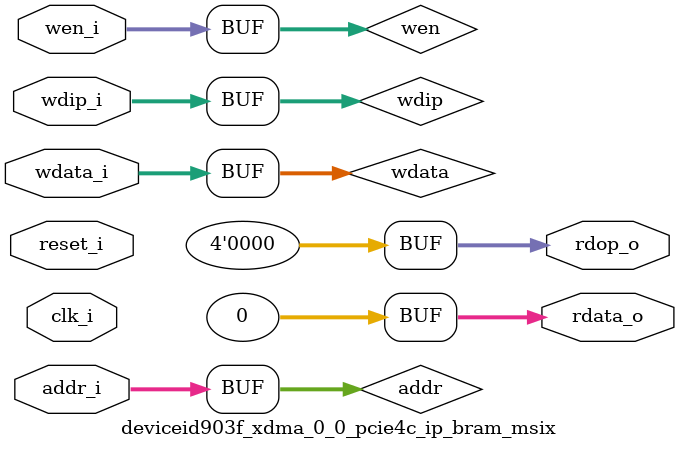
<source format=v>
`timescale 1ps/1ps

(* DowngradeIPIdentifiedWarnings = "yes" *)
module deviceid903f_xdma_0_0_pcie4c_ip_bram_msix #(

  parameter           TCQ = 100
, parameter           TO_RAM_PIPELINE="FALSE"
, parameter           FROM_RAM_PIPELINE="FALSE"
, parameter           MSIX_CAP_TABLE_SIZE=11'h0
, parameter           MSIX_TABLE_RAM_ENABLE="FALSE"

  ) (

  input  wire         clk_i,
  input  wire         reset_i,

  input  wire  [12:0] addr_i,
  input  wire  [31:0] wdata_i,
  input  wire   [3:0] wdip_i,
  input  wire   [3:0] wen_i,
  output wire  [31:0] rdata_o,
  output wire   [3:0] rdop_o

  );

  // WIP : Use Total number of functions (PFs + VFs) to calculate the NUM_BRAM_4K
  localparam integer NUM_BRAM_4K = (MSIX_TABLE_RAM_ENABLE == "TRUE") ? 8 : 0 ;
 

  reg          [12:0] addr;
  reg          [12:0] addr_p0;
  reg          [12:0] addr_p1;
  reg          [31:0] wdata;
  reg           [3:0] wdip;
  reg           [3:0] wen;
  reg          [31:0] reg_rdata;
  reg           [3:0] reg_rdop;
  wire         [31:0] rdata;
  wire          [3:0] rdop;
  genvar              i;
  wire    [(8*4)-1:0] bram_4k_wen;
  wire   [(8*32)-1:0] rdata_t;
  wire    [(8*4)-1:0] rdop_t;

  //
  // Optional input pipe stages
  //
  generate

    if (TO_RAM_PIPELINE == "TRUE") begin : TORAMPIPELINE

      always @(posedge clk_i) begin
     
        if (reset_i) begin

          addr <= #(TCQ) 13'b0;
          wdata <= #(TCQ) 32'b0;
          wdip <= #(TCQ) 4'b0;
          wen <= #(TCQ) 4'b0;

        end else begin

          addr <= #(TCQ) addr_i;
          wdata <= #(TCQ) wdata_i;
          wdip <= #(TCQ) wdip_i;
          wen <= #(TCQ) wen_i;

        end

      end

    end else begin : NOTORAMPIPELINE

      always @(*) begin

          addr = addr_i;
          wdata = wdata_i;
          wdip = wdip_i;
          wen = wen_i;

      end


    end

  endgenerate

  // 
  // Address pipeline
  //
  always @(posedge clk_i) begin
     
    if (reset_i) begin

      addr_p0 <= #(TCQ) 13'b0;
      addr_p1 <= #(TCQ) 13'b0;

    end else begin

      addr_p0 <= #(TCQ) addr;
      addr_p1 <= #(TCQ) addr_p0;

    end

  end

  //
  // Optional output pipe stages
  //
  generate

    if (FROM_RAM_PIPELINE == "TRUE") begin : FRMRAMPIPELINE


      always @(posedge clk_i) begin
     
        if (reset_i) begin

          reg_rdata <= #(TCQ) 32'b0;
          reg_rdop <= #(TCQ) 4'b0;

        end else begin

          case (addr_p1[12:10]) 
            3'b000 : begin
              reg_rdata <= #(TCQ) rdata_t[(32*(0))+31:(32*(0))+0];
              reg_rdop <= #(TCQ) rdop_t[(4*(0))+3:(4*(0))+0];
            end
            3'b001 : begin
              reg_rdata <= #(TCQ) rdata_t[(32*(1))+31:(32*(1))+0];
              reg_rdop <= #(TCQ) rdop_t[(4*(1))+3:(4*(1))+0];
            end
            3'b010 : begin
              reg_rdata <= #(TCQ) rdata_t[(32*(2))+31:(32*(2))+0];
              reg_rdop <= #(TCQ) rdop_t[(4*(2))+3:(4*(2))+0];
            end
            3'b011 : begin
              reg_rdata <= #(TCQ) rdata_t[(32*(3))+31:(32*(3))+0];
              reg_rdop <= #(TCQ) rdop_t[(4*(3))+3:(4*(3))+0];
            end
            3'b100 : begin
              reg_rdata <= #(TCQ) rdata_t[(32*(4))+31:(32*(4))+0];
              reg_rdop <= #(TCQ) rdop_t[(4*(4))+3:(4*(4))+0];
            end
            3'b101 : begin
              reg_rdata <= #(TCQ) rdata_t[(32*(5))+31:(32*(5))+0];
              reg_rdop <= #(TCQ) rdop_t[(4*(5))+3:(4*(5))+0];
            end
            3'b110 : begin
              reg_rdata <= #(TCQ) rdata_t[(32*(6))+31:(32*(6))+0];
              reg_rdop <= #(TCQ) rdop_t[(4*(6))+3:(4*(6))+0];
            end
            3'b111 : begin
              reg_rdata <= #(TCQ) rdata_t[(32*(7))+31:(32*(7))+0];
              reg_rdop <= #(TCQ) rdop_t[(4*(7))+3:(4*(7))+0];
            end
          endcase

        end

      end

    end else begin : NOFRMRAMPIPELINE

      always @(*) begin

          case (addr_p1[12:10]) 
            3'b000 : begin
              reg_rdata <= #(TCQ) rdata_t[(32*(0))+31:(32*(0))+0];
              reg_rdop <= #(TCQ) rdop_t[(4*(0))+3:(4*(0))+0];
            end
            3'b001 : begin
              reg_rdata <= #(TCQ) rdata_t[(32*(1))+31:(32*(1))+0];
              reg_rdop <= #(TCQ) rdop_t[(4*(1))+3:(4*(1))+0];
            end
            3'b010 : begin
              reg_rdata <= #(TCQ) rdata_t[(32*(2))+31:(32*(2))+0];
              reg_rdop <= #(TCQ) rdop_t[(4*(2))+3:(4*(2))+0];
            end
            3'b011 : begin
              reg_rdata <= #(TCQ) rdata_t[(32*(3))+31:(32*(3))+0];
              reg_rdop <= #(TCQ) rdop_t[(4*(3))+3:(4*(3))+0];
            end
            3'b100 : begin
              reg_rdata <= #(TCQ) rdata_t[(32*(4))+31:(32*(4))+0];
              reg_rdop <= #(TCQ) rdop_t[(4*(4))+3:(4*(4))+0];
            end
            3'b101 : begin
              reg_rdata <= #(TCQ) rdata_t[(32*(5))+31:(32*(5))+0];
              reg_rdop <= #(TCQ) rdop_t[(4*(5))+3:(4*(5))+0];
            end
            3'b110 : begin
              reg_rdata <= #(TCQ) rdata_t[(32*(6))+31:(32*(6))+0];
              reg_rdop <= #(TCQ) rdop_t[(4*(6))+3:(4*(6))+0];
            end
            3'b111 : begin
              reg_rdata <= #(TCQ) rdata_t[(32*(7))+31:(32*(7))+0];
              reg_rdop <= #(TCQ) rdop_t[(4*(7))+3:(4*(7))+0];
            end
          endcase

      end

    end
  
  endgenerate

  assign rdata_o = (MSIX_TABLE_RAM_ENABLE == "TRUE") ?  reg_rdata : 32'h0;
  assign rdop_o = (MSIX_TABLE_RAM_ENABLE == "TRUE") ? reg_rdop : 4'h0;

  generate 
  
    for (i=0; i<NUM_BRAM_4K; i=i+1) begin : BRAM4K

      deviceid903f_xdma_0_0_pcie4c_ip_bram_4k_int #(
          .TCQ(TCQ)
        )
        bram_4k_int (
    
          .clk_i (clk_i),
          .reset_i (reset_i),
    
          .addr_i(addr[9:0]),
          .wdata_i(wdata),
          .wdip_i(wdip),
          .wen_i(bram_4k_wen[(4*(i))+3:(4*(i))+0]),
          .rdata_o(rdata_t[(32*i)+31:(32*i)+0]),
          .rdop_o(rdop_t[(4*i)+3:(4*i)+0]),
          .baddr_i(10'b0),
          .brdata_o()

      );
      assign bram_4k_wen[(4*(i))+3:(4*(i))+0] = wen & {4{(i == addr[12:10])}};  
      
    end

  endgenerate

endmodule

</source>
